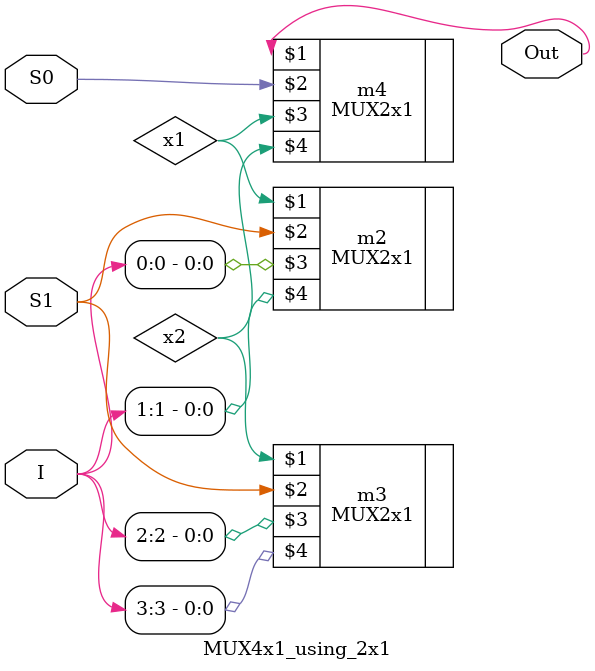
<source format=v>
module MUX4x1_using_2x1(Out, S0, S1, I);
input [3:0]I;
input S0, S1;
output Out;

wire x1, x2;

MUX2x1 m2(x1, S1, I[0] ,I[1]);
MUX2x1 m3(x2, S1, I[2] ,I[3]);
MUX2x1 m4(Out, S0, x1 ,x2);

endmodule


</source>
